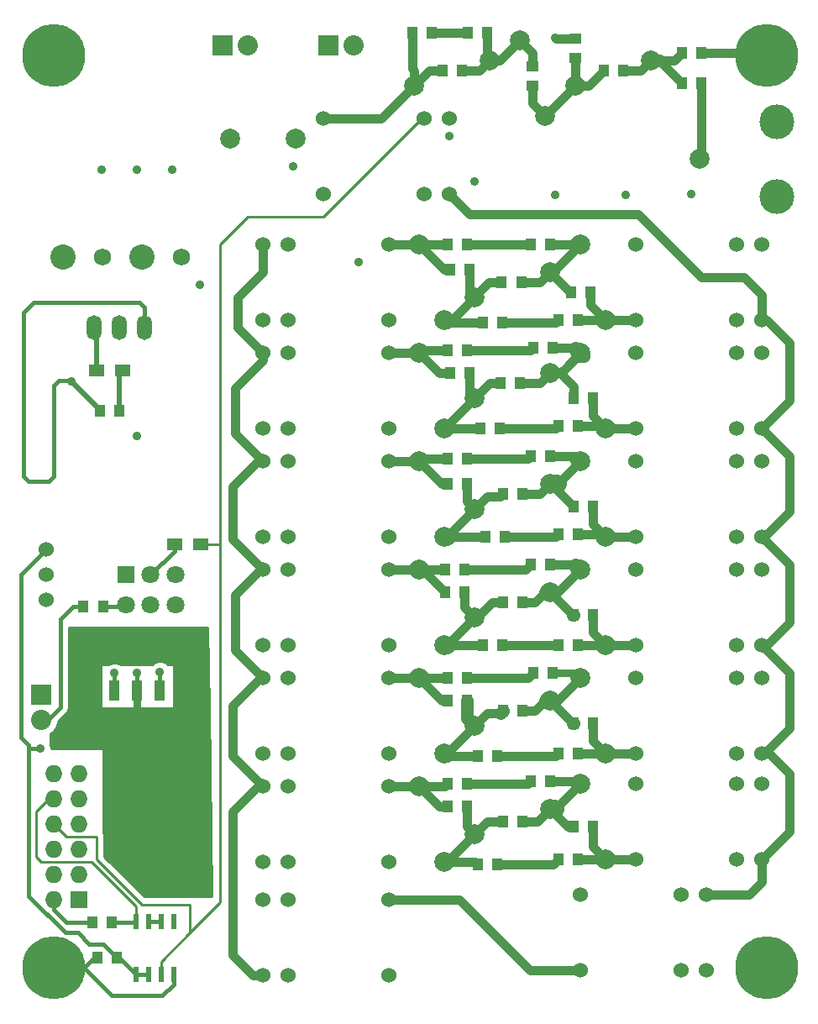
<source format=gtl>
%FSLAX46Y46*%
G04 Gerber Fmt 4.6, Leading zero omitted, Abs format (unit mm)*
G04 Created by KiCad (PCBNEW (2014-10-27 BZR 5228)-product) date 05/09/2015 11:13:03*
%MOMM*%
G01*
G04 APERTURE LIST*
%ADD10C,0.100000*%
%ADD11R,1.000000X1.250000*%
%ADD12R,1.250000X1.000000*%
%ADD13C,3.500000*%
%ADD14C,2.000000*%
%ADD15C,1.524000*%
%ADD16C,6.350000*%
%ADD17R,2.032000X2.032000*%
%ADD18O,2.032000X2.032000*%
%ADD19O,1.501140X2.499360*%
%ADD20R,1.500000X1.300000*%
%ADD21C,2.540000*%
%ADD22C,1.727200*%
%ADD23C,1.998980*%
%ADD24R,0.600000X1.550000*%
%ADD25R,1.727200X1.727200*%
%ADD26O,1.727200X1.727200*%
%ADD27R,3.657600X2.032000*%
%ADD28R,1.016000X2.032000*%
%ADD29R,1.800000X1.800000*%
%ADD30C,1.800000*%
%ADD31C,0.889000*%
%ADD32C,0.254000*%
%ADD33C,0.381000*%
%ADD34C,0.910000*%
%ADD35C,1.270000*%
%ADD36C,0.780000*%
%ADD37C,0.508000*%
%ADD38C,1.850000*%
G04 APERTURE END LIST*
D10*
D11*
X182388000Y-38862000D03*
X184388000Y-38862000D03*
X174514000Y-40640000D03*
X176514000Y-40640000D03*
D12*
X167386000Y-40148000D03*
X167386000Y-42148000D03*
D11*
X162798000Y-36830000D03*
X160798000Y-36830000D03*
X123460000Y-130048000D03*
X125460000Y-130048000D03*
X125714000Y-74930000D03*
X123714000Y-74930000D03*
X158766000Y-58166000D03*
X160766000Y-58166000D03*
D13*
X192024000Y-53330000D03*
X192024000Y-45730000D03*
D14*
X184224000Y-49530000D03*
D15*
X118364000Y-91440000D03*
X118364000Y-93980000D03*
X118364000Y-88900000D03*
D11*
X158766000Y-112522000D03*
X160766000Y-112522000D03*
X161020000Y-71120000D03*
X159020000Y-71120000D03*
X160766000Y-82296000D03*
X158766000Y-82296000D03*
X160512000Y-93218000D03*
X158512000Y-93218000D03*
X160766000Y-104140000D03*
X158766000Y-104140000D03*
D16*
X191008000Y-39116000D03*
X119126000Y-39116000D03*
X191008000Y-131064000D03*
X119126000Y-131064000D03*
D11*
X184388000Y-41910000D03*
X182388000Y-41910000D03*
D17*
X117856000Y-103505000D03*
D18*
X117856000Y-106045000D03*
D11*
X158766000Y-79756000D03*
X160766000Y-79756000D03*
X158512000Y-90932000D03*
X160512000Y-90932000D03*
X158766000Y-101854000D03*
X160766000Y-101854000D03*
X161020000Y-60706000D03*
X159020000Y-60706000D03*
X160766000Y-114808000D03*
X158766000Y-114808000D03*
X162322000Y-66040000D03*
X164322000Y-66040000D03*
D12*
X171704000Y-39354000D03*
X171704000Y-37354000D03*
D11*
X158766000Y-68834000D03*
X160766000Y-68834000D03*
X162068000Y-76708000D03*
X164068000Y-76708000D03*
X162576000Y-87630000D03*
X164576000Y-87630000D03*
X162322000Y-98552000D03*
X164322000Y-98552000D03*
X161814000Y-109728000D03*
X163814000Y-109728000D03*
X161814000Y-120650000D03*
X163814000Y-120650000D03*
X166227000Y-61976000D03*
X164227000Y-61976000D03*
X166100000Y-72136000D03*
X164100000Y-72136000D03*
X166354000Y-83312000D03*
X164354000Y-83312000D03*
X166354000Y-94234000D03*
X164354000Y-94234000D03*
X166354000Y-105156000D03*
X164354000Y-105156000D03*
X166354000Y-116332000D03*
X164354000Y-116332000D03*
X169148000Y-58166000D03*
X167148000Y-58166000D03*
X169402000Y-68580000D03*
X167402000Y-68580000D03*
X169148000Y-79502000D03*
X167148000Y-79502000D03*
X169148000Y-90424000D03*
X167148000Y-90424000D03*
X169402000Y-101346000D03*
X167402000Y-101346000D03*
X169148000Y-112268000D03*
X167148000Y-112268000D03*
X173212000Y-62992000D03*
X171212000Y-62992000D03*
X173466000Y-73660000D03*
X171466000Y-73660000D03*
X173466000Y-84582000D03*
X171466000Y-84582000D03*
X173466000Y-95504000D03*
X171466000Y-95504000D03*
X173466000Y-106426000D03*
X171466000Y-106426000D03*
X173466000Y-116840000D03*
X171466000Y-116840000D03*
X171942000Y-65786000D03*
X169942000Y-65786000D03*
X171942000Y-76454000D03*
X169942000Y-76454000D03*
X171942000Y-87376000D03*
X169942000Y-87376000D03*
X171942000Y-98552000D03*
X169942000Y-98552000D03*
X171942000Y-109474000D03*
X169942000Y-109474000D03*
X171942000Y-120142000D03*
X169942000Y-120142000D03*
D15*
X159004000Y-45466000D03*
X156464000Y-45466000D03*
X146304000Y-45466000D03*
X146304000Y-53086000D03*
X159004000Y-53086000D03*
X156464000Y-53086000D03*
X140208000Y-65786000D03*
X142748000Y-65786000D03*
X152908000Y-65786000D03*
X152908000Y-58166000D03*
X140208000Y-58166000D03*
X142748000Y-58166000D03*
X140208000Y-76708000D03*
X142748000Y-76708000D03*
X152908000Y-76708000D03*
X152908000Y-69088000D03*
X140208000Y-69088000D03*
X142748000Y-69088000D03*
X140208000Y-87630000D03*
X142748000Y-87630000D03*
X152908000Y-87630000D03*
X152908000Y-80010000D03*
X140208000Y-80010000D03*
X142748000Y-80010000D03*
X140208000Y-98552000D03*
X142748000Y-98552000D03*
X152908000Y-98552000D03*
X152908000Y-90932000D03*
X140208000Y-90932000D03*
X142748000Y-90932000D03*
X140208000Y-109474000D03*
X142748000Y-109474000D03*
X152908000Y-109474000D03*
X152908000Y-101854000D03*
X140208000Y-101854000D03*
X142748000Y-101854000D03*
X140208000Y-120396000D03*
X142748000Y-120396000D03*
X152908000Y-120396000D03*
X152908000Y-112776000D03*
X140208000Y-112776000D03*
X142748000Y-112776000D03*
X140208000Y-131826000D03*
X142748000Y-131826000D03*
X152908000Y-131826000D03*
X152908000Y-124206000D03*
X140208000Y-124206000D03*
X142748000Y-124206000D03*
X190500000Y-58166000D03*
X187960000Y-58166000D03*
X177800000Y-58166000D03*
X177800000Y-65786000D03*
X190500000Y-65786000D03*
X187960000Y-65786000D03*
X190500000Y-69088000D03*
X187960000Y-69088000D03*
X177800000Y-69088000D03*
X177800000Y-76708000D03*
X190500000Y-76708000D03*
X187960000Y-76708000D03*
X190500000Y-80010000D03*
X187960000Y-80010000D03*
X177800000Y-80010000D03*
X177800000Y-87630000D03*
X190500000Y-87630000D03*
X187960000Y-87630000D03*
X190500000Y-90932000D03*
X187960000Y-90932000D03*
X177800000Y-90932000D03*
X177800000Y-98552000D03*
X190500000Y-98552000D03*
X187960000Y-98552000D03*
X190500000Y-101854000D03*
X187960000Y-101854000D03*
X177800000Y-101854000D03*
X177800000Y-109474000D03*
X190500000Y-109474000D03*
X187960000Y-109474000D03*
X190500000Y-112522000D03*
X187960000Y-112522000D03*
X177800000Y-112522000D03*
X177800000Y-120142000D03*
X190500000Y-120142000D03*
X187960000Y-120142000D03*
D17*
X146812000Y-38100000D03*
D18*
X149352000Y-38100000D03*
D17*
X136144000Y-38100000D03*
D18*
X138684000Y-38100000D03*
D19*
X125730000Y-66548000D03*
X128270000Y-66548000D03*
X123190000Y-66548000D03*
D20*
X123364000Y-70866000D03*
X126064000Y-70866000D03*
D21*
X119984000Y-59436000D03*
D22*
X123984000Y-59436000D03*
D21*
X127984000Y-59436000D03*
D22*
X131984000Y-59436000D03*
D23*
X179324000Y-39624000D03*
X171704000Y-42164000D03*
X168656000Y-45212000D03*
X166116000Y-37592000D03*
X155956000Y-58166000D03*
X158496000Y-65786000D03*
X155956000Y-69088000D03*
X158496000Y-76708000D03*
X155956000Y-80010000D03*
X158496000Y-87630000D03*
X155956000Y-90932000D03*
X158496000Y-98552000D03*
X155956000Y-101854000D03*
X158496000Y-109474000D03*
X155956000Y-112776000D03*
X158496000Y-120396000D03*
X161544000Y-63500000D03*
X169164000Y-60960000D03*
X161544000Y-73660000D03*
X169164000Y-71120000D03*
X161544000Y-84836000D03*
X169164000Y-82296000D03*
X161544000Y-95758000D03*
X169164000Y-93218000D03*
X161544000Y-106680000D03*
X169164000Y-104140000D03*
X161544000Y-117602000D03*
X169164000Y-115062000D03*
X172212000Y-58166000D03*
X174752000Y-65786000D03*
X172212000Y-69088000D03*
X174752000Y-76708000D03*
X172212000Y-80010000D03*
X174752000Y-87630000D03*
X172212000Y-90932000D03*
X174752000Y-98552000D03*
X172212000Y-101854000D03*
X174752000Y-109474000D03*
X172212000Y-112522000D03*
X174752000Y-120142000D03*
D11*
X158258000Y-40640000D03*
X160258000Y-40640000D03*
X155210000Y-36830000D03*
X157210000Y-36830000D03*
D23*
X143507460Y-47498000D03*
X136908540Y-47498000D03*
X163068000Y-39624000D03*
X155448000Y-42164000D03*
D20*
X133938000Y-88392000D03*
X131238000Y-88392000D03*
D11*
X122952000Y-126492000D03*
X124952000Y-126492000D03*
D15*
X184912000Y-123698000D03*
X182372000Y-123698000D03*
X172212000Y-123698000D03*
X172212000Y-131318000D03*
X184912000Y-131318000D03*
X182372000Y-131318000D03*
D24*
X127381000Y-131732000D03*
X128651000Y-131732000D03*
X129921000Y-131732000D03*
X131191000Y-131732000D03*
X131191000Y-126332000D03*
X129921000Y-126332000D03*
X128651000Y-126332000D03*
X127381000Y-126332000D03*
D11*
X122063000Y-94615000D03*
X124063000Y-94615000D03*
D25*
X121666000Y-124206000D03*
D26*
X119126000Y-124206000D03*
X121666000Y-121666000D03*
X119126000Y-121666000D03*
X121666000Y-119126000D03*
X119126000Y-119126000D03*
X121666000Y-116586000D03*
X119126000Y-116586000D03*
X121666000Y-114046000D03*
X119126000Y-114046000D03*
X121666000Y-111506000D03*
X119126000Y-111506000D03*
D27*
X127508000Y-109728000D03*
D28*
X127508000Y-103124000D03*
X125222000Y-103124000D03*
X129794000Y-103124000D03*
D29*
X126365000Y-91440000D03*
D30*
X128865000Y-91440000D03*
X126365000Y-94440000D03*
X131365000Y-91440000D03*
X131365000Y-94440000D03*
X128865000Y-94440000D03*
D31*
X127508000Y-77470000D03*
X133858000Y-62230000D03*
X169672000Y-37338000D03*
X131064000Y-50562000D03*
X127508000Y-50562000D03*
X123952000Y-50562000D03*
X164084000Y-58166000D03*
X167386000Y-66040000D03*
X167132000Y-76708000D03*
X163830000Y-79756000D03*
X164084000Y-68834000D03*
X167386000Y-87630000D03*
X163830000Y-90932000D03*
X167132000Y-98552000D03*
X164338000Y-101854000D03*
X166878000Y-109728000D03*
X163830000Y-112522000D03*
X166878000Y-120650000D03*
X143256000Y-50292000D03*
X159004000Y-36830000D03*
X183388000Y-53086000D03*
X159004000Y-47244000D03*
X169672000Y-53166000D03*
X176784000Y-53166000D03*
X161544000Y-51816000D03*
X149860000Y-59944000D03*
X117729000Y-108966000D03*
X120904000Y-71962000D03*
X125222000Y-101346000D03*
X127508000Y-101346000D03*
X129794000Y-101219000D03*
D32*
X123460000Y-130048000D02*
X123190000Y-130048000D01*
D33*
X123190000Y-130048000D02*
X122174000Y-131064000D01*
D32*
X122174000Y-131064000D02*
X119126000Y-131064000D01*
X119126000Y-131064000D02*
X122174000Y-131064000D01*
D33*
X122174000Y-131064000D02*
X124968000Y-133858000D01*
X131191000Y-132715000D02*
X131191000Y-131732000D01*
X130048000Y-133858000D02*
X131191000Y-132715000D01*
X124968000Y-133858000D02*
X130048000Y-133858000D01*
X119126000Y-124206000D02*
X119126000Y-125222000D01*
X119126000Y-125222000D02*
X120396000Y-126492000D01*
X120396000Y-126492000D02*
X122952000Y-126492000D01*
D34*
X171704000Y-37354000D02*
X169688000Y-37354000D01*
X169688000Y-37354000D02*
X169672000Y-37338000D01*
X184388000Y-38862000D02*
X190754000Y-38862000D01*
D35*
X190754000Y-38862000D02*
X191008000Y-39116000D01*
D36*
X131064000Y-50562000D02*
X131064000Y-50546000D01*
X127508000Y-50562000D02*
X127508000Y-50546000D01*
X123952000Y-50562000D02*
X123952000Y-50546000D01*
D34*
X164084000Y-58166000D02*
X167148000Y-58166000D01*
X160766000Y-58166000D02*
X164084000Y-58166000D01*
D36*
X169688000Y-66040000D02*
X169942000Y-65786000D01*
D34*
X167386000Y-66040000D02*
X169688000Y-66040000D01*
X164322000Y-66040000D02*
X167386000Y-66040000D01*
D36*
X169688000Y-76708000D02*
X169942000Y-76454000D01*
D34*
X167132000Y-76708000D02*
X169688000Y-76708000D01*
X164068000Y-76708000D02*
X167132000Y-76708000D01*
D36*
X166894000Y-79756000D02*
X167148000Y-79502000D01*
D34*
X163830000Y-79756000D02*
X166894000Y-79756000D01*
X160766000Y-79756000D02*
X163830000Y-79756000D01*
D36*
X167148000Y-68834000D02*
X167402000Y-68580000D01*
D34*
X164084000Y-68834000D02*
X167148000Y-68834000D01*
X160766000Y-68834000D02*
X164084000Y-68834000D01*
D36*
X169688000Y-87630000D02*
X169942000Y-87376000D01*
D34*
X167386000Y-87630000D02*
X169688000Y-87630000D01*
X164576000Y-87630000D02*
X167386000Y-87630000D01*
X166640000Y-90932000D02*
X167148000Y-90424000D01*
X160512000Y-90932000D02*
X163830000Y-90932000D01*
X163830000Y-90932000D02*
X166640000Y-90932000D01*
X167132000Y-98552000D02*
X169942000Y-98552000D01*
X164322000Y-98552000D02*
X167132000Y-98552000D01*
X166894000Y-101854000D02*
X167402000Y-101346000D01*
X160766000Y-101854000D02*
X164338000Y-101854000D01*
X164338000Y-101854000D02*
X166894000Y-101854000D01*
D36*
X169688000Y-109728000D02*
X169942000Y-109474000D01*
D34*
X166878000Y-109728000D02*
X169688000Y-109728000D01*
X163814000Y-109728000D02*
X166878000Y-109728000D01*
D36*
X166894000Y-112522000D02*
X167148000Y-112268000D01*
D34*
X163830000Y-112522000D02*
X166894000Y-112522000D01*
X160766000Y-112522000D02*
X163830000Y-112522000D01*
X169434000Y-120650000D02*
X169942000Y-120142000D01*
X163814000Y-120650000D02*
X166878000Y-120650000D01*
X166878000Y-120650000D02*
X169434000Y-120650000D01*
X159004000Y-36830000D02*
X157210000Y-36830000D01*
X160798000Y-36830000D02*
X159004000Y-36830000D01*
D36*
X169672000Y-53166000D02*
X169672000Y-53086000D01*
X176784000Y-53166000D02*
X176784000Y-53086000D01*
D34*
X171704000Y-42164000D02*
X172990000Y-42164000D01*
X172990000Y-42164000D02*
X174514000Y-40640000D01*
X171704000Y-42164000D02*
X171704000Y-39354000D01*
X167386000Y-42148000D02*
X167386000Y-43942000D01*
X167386000Y-43942000D02*
X168656000Y-45212000D01*
X168656000Y-45212000D02*
X171704000Y-42164000D01*
D33*
X120523000Y-127508000D02*
X120269000Y-127508000D01*
X125460000Y-130048000D02*
X124063000Y-128651000D01*
X122682000Y-128651000D02*
X124063000Y-128651000D01*
X121539000Y-127508000D02*
X122682000Y-128651000D01*
X120523000Y-127508000D02*
X121539000Y-127508000D01*
X116586000Y-109601000D02*
X116586000Y-123571000D01*
X116586000Y-109601000D02*
X116586000Y-108966000D01*
X116586000Y-123825000D02*
X116586000Y-123571000D01*
X120269000Y-127508000D02*
X116586000Y-123825000D01*
X117729000Y-108966000D02*
X116586000Y-108966000D01*
X116586000Y-108966000D02*
X116586000Y-108585000D01*
X115824000Y-107823000D02*
X115824000Y-98425000D01*
X116586000Y-108585000D02*
X115824000Y-107823000D01*
X118364000Y-88900000D02*
X115824000Y-91440000D01*
X115824000Y-91440000D02*
X115824000Y-98425000D01*
D32*
X125460000Y-130048000D02*
X125697000Y-130048000D01*
D33*
X125697000Y-130048000D02*
X127381000Y-131732000D01*
X127381000Y-131732000D02*
X128651000Y-131732000D01*
D37*
X125714000Y-74930000D02*
X125714000Y-71216000D01*
X125714000Y-71216000D02*
X126064000Y-70866000D01*
D34*
X160782000Y-84074000D02*
X161544000Y-84836000D01*
D38*
X158496000Y-87630000D02*
X158750000Y-87630000D01*
D34*
X158750000Y-87630000D02*
X161544000Y-84836000D01*
X160766000Y-84058000D02*
X160782000Y-84074000D01*
X160766000Y-82296000D02*
X160766000Y-84058000D01*
X164100000Y-83566000D02*
X164354000Y-83312000D01*
X162814000Y-83566000D02*
X164100000Y-83566000D01*
X161544000Y-84836000D02*
X162814000Y-83566000D01*
X162576000Y-87630000D02*
X158496000Y-87630000D01*
X162798000Y-36830000D02*
X162798000Y-39354000D01*
D35*
X162798000Y-39354000D02*
X163068000Y-39624000D01*
D34*
X167386000Y-40148000D02*
X167386000Y-38862000D01*
X167386000Y-38862000D02*
X166116000Y-37592000D01*
X160258000Y-40640000D02*
X162052000Y-40640000D01*
X162052000Y-40640000D02*
X163068000Y-39624000D01*
X163068000Y-39624000D02*
X164084000Y-39624000D01*
X164084000Y-39624000D02*
X166116000Y-37592000D01*
D32*
X132842000Y-127508000D02*
X132842000Y-124714000D01*
X129921000Y-131732000D02*
X129921000Y-130429000D01*
X129921000Y-130429000D02*
X132842000Y-127508000D01*
X135890000Y-88392000D02*
X133938000Y-88392000D01*
X135890000Y-58166000D02*
X135890000Y-88392000D01*
X135890000Y-88392000D02*
X135890000Y-115062000D01*
X146304000Y-55372000D02*
X156210000Y-45466000D01*
X135890000Y-58166000D02*
X138684000Y-55372000D01*
X138684000Y-55372000D02*
X146304000Y-55372000D01*
D33*
X156464000Y-45466000D02*
X156210000Y-45466000D01*
D32*
X130302000Y-124714000D02*
X132842000Y-124714000D01*
X120396000Y-117856000D02*
X123190000Y-117856000D01*
X119126000Y-116586000D02*
X120396000Y-117856000D01*
X123190000Y-117856000D02*
X123444000Y-117856000D01*
X135890000Y-124460000D02*
X132842000Y-127508000D01*
X135890000Y-115062000D02*
X135890000Y-124460000D01*
X128016000Y-124714000D02*
X123444000Y-120142000D01*
X123444000Y-120142000D02*
X123444000Y-117856000D01*
X130302000Y-124714000D02*
X128016000Y-124714000D01*
D34*
X176514000Y-40640000D02*
X178308000Y-40640000D01*
X178308000Y-40640000D02*
X179324000Y-39624000D01*
X179324000Y-39624000D02*
X181626000Y-39624000D01*
X181626000Y-39624000D02*
X182388000Y-38862000D01*
D35*
X179324000Y-39624000D02*
X180102000Y-39624000D01*
D34*
X180102000Y-39624000D02*
X182388000Y-41910000D01*
X158496000Y-120396000D02*
X158750000Y-120396000D01*
X158750000Y-120396000D02*
X161544000Y-117602000D01*
X161560000Y-120396000D02*
X161814000Y-120650000D01*
X158496000Y-120396000D02*
X161560000Y-120396000D01*
X160766000Y-116824000D02*
X161544000Y-117602000D01*
X160766000Y-114808000D02*
X160766000Y-116824000D01*
X162814000Y-116332000D02*
X161544000Y-117602000D01*
X164354000Y-116332000D02*
X162814000Y-116332000D01*
X152908000Y-80010000D02*
X155956000Y-80010000D01*
D35*
X156210000Y-79756000D02*
X155956000Y-80010000D01*
D34*
X158766000Y-79756000D02*
X156210000Y-79756000D01*
X158242000Y-82296000D02*
X155956000Y-80010000D01*
X158766000Y-82296000D02*
X158242000Y-82296000D01*
X152908000Y-90932000D02*
X155956000Y-90932000D01*
X155956000Y-90932000D02*
X158512000Y-90932000D01*
X156226000Y-90932000D02*
X158512000Y-93218000D01*
D35*
X155956000Y-90932000D02*
X156226000Y-90932000D01*
D34*
X152908000Y-101854000D02*
X155956000Y-101854000D01*
X158766000Y-101854000D02*
X155956000Y-101854000D01*
X158242000Y-104140000D02*
X155956000Y-101854000D01*
X158766000Y-104140000D02*
X158242000Y-104140000D01*
X161020000Y-60706000D02*
X161020000Y-62976000D01*
X162322000Y-66040000D02*
X158750000Y-66040000D01*
D35*
X158750000Y-66040000D02*
X158496000Y-65786000D01*
D34*
X159258000Y-65786000D02*
X161544000Y-63500000D01*
X158496000Y-65786000D02*
X159258000Y-65786000D01*
X162941000Y-61976000D02*
X164227000Y-61976000D01*
X161544000Y-63373000D02*
X162941000Y-61976000D01*
X161544000Y-63500000D02*
X161544000Y-63373000D01*
X184388000Y-41910000D02*
X184388000Y-49366000D01*
D35*
X184388000Y-49366000D02*
X184224000Y-49530000D01*
D37*
X123714000Y-74930000D02*
X123714000Y-74772000D01*
X123714000Y-74772000D02*
X120904000Y-71962000D01*
D33*
X128270000Y-64516000D02*
X127762000Y-64008000D01*
X127762000Y-64008000D02*
X117094000Y-64008000D01*
X117094000Y-64008000D02*
X116078000Y-65024000D01*
X116078000Y-65024000D02*
X116078000Y-76708000D01*
X128270000Y-66548000D02*
X128270000Y-64516000D01*
X119126000Y-76708000D02*
X119126000Y-72390000D01*
X119126000Y-78994000D02*
X119126000Y-76708000D01*
X116078000Y-76708000D02*
X116078000Y-79248000D01*
X119634000Y-71882000D02*
X120824000Y-71882000D01*
X120824000Y-71882000D02*
X120904000Y-71962000D01*
X119126000Y-72390000D02*
X119634000Y-71882000D01*
X119126000Y-81534000D02*
X119126000Y-78994000D01*
X116078000Y-79248000D02*
X116078000Y-81534000D01*
X116586000Y-82042000D02*
X118618000Y-82042000D01*
X118618000Y-82042000D02*
X119126000Y-81534000D01*
X116078000Y-81534000D02*
X116586000Y-82042000D01*
D34*
X159020000Y-60706000D02*
X158496000Y-60706000D01*
X158496000Y-60706000D02*
X155956000Y-58166000D01*
X158766000Y-58166000D02*
X155956000Y-58166000D01*
X152908000Y-58166000D02*
X155956000Y-58166000D01*
X152908000Y-69088000D02*
X155956000Y-69088000D01*
D35*
X156210000Y-68834000D02*
X155956000Y-69088000D01*
D34*
X158766000Y-68834000D02*
X156210000Y-68834000D01*
X157988000Y-71120000D02*
X155956000Y-69088000D01*
X159020000Y-71120000D02*
X157988000Y-71120000D01*
X152908000Y-112776000D02*
X155956000Y-112776000D01*
X158512000Y-112776000D02*
X158766000Y-112522000D01*
X155956000Y-112776000D02*
X158512000Y-112776000D01*
X157988000Y-114808000D02*
X155956000Y-112776000D01*
X158766000Y-114808000D02*
X157988000Y-114808000D01*
X158496000Y-76708000D02*
X161544000Y-73660000D01*
X162068000Y-76708000D02*
X158496000Y-76708000D01*
X163068000Y-72136000D02*
X161544000Y-73660000D01*
X164100000Y-72136000D02*
X163068000Y-72136000D01*
X161020000Y-73136000D02*
X161544000Y-73660000D01*
X161020000Y-71120000D02*
X161020000Y-73136000D01*
D38*
X158496000Y-98552000D02*
X158750000Y-98552000D01*
D34*
X158750000Y-98552000D02*
X161544000Y-95758000D01*
X160512000Y-94726000D02*
X161544000Y-95758000D01*
X160512000Y-93218000D02*
X160512000Y-94726000D01*
X158496000Y-98552000D02*
X162322000Y-98552000D01*
X163322000Y-94234000D02*
X164354000Y-94234000D01*
X161798000Y-95758000D02*
X163322000Y-94234000D01*
D35*
X161544000Y-95758000D02*
X161798000Y-95758000D01*
D38*
X158496000Y-109474000D02*
X158750000Y-109474000D01*
D34*
X158750000Y-109474000D02*
X161544000Y-106680000D01*
D35*
X160766000Y-105902000D02*
X161544000Y-106680000D01*
X160766000Y-104140000D02*
X160766000Y-105902000D01*
X158750000Y-109728000D02*
X158496000Y-109474000D01*
D34*
X161814000Y-109728000D02*
X158750000Y-109728000D01*
D35*
X164100000Y-105410000D02*
X164354000Y-105156000D01*
D34*
X162814000Y-105410000D02*
X164100000Y-105410000D01*
X161544000Y-106680000D02*
X162814000Y-105410000D01*
X171212000Y-62992000D02*
X171196000Y-62992000D01*
X171196000Y-62992000D02*
X169164000Y-60960000D01*
X169148000Y-58166000D02*
X172212000Y-58166000D01*
X169418000Y-60960000D02*
X172212000Y-58166000D01*
X169164000Y-60960000D02*
X169418000Y-60960000D01*
X168148000Y-61976000D02*
X169164000Y-60960000D01*
X166227000Y-61976000D02*
X168148000Y-61976000D01*
X169164000Y-71120000D02*
X170180000Y-71120000D01*
X170561000Y-70739000D02*
X172212000Y-69088000D01*
X170180000Y-71120000D02*
X170561000Y-70739000D01*
D35*
X171704000Y-68580000D02*
X172212000Y-69088000D01*
D34*
X169402000Y-68580000D02*
X171704000Y-68580000D01*
D35*
X172482000Y-69358000D02*
X172212000Y-69088000D01*
D34*
X171466000Y-72406000D02*
X170180000Y-71120000D01*
X171466000Y-73660000D02*
X171466000Y-72406000D01*
X168148000Y-72136000D02*
X169164000Y-71120000D01*
X166100000Y-72136000D02*
X168148000Y-72136000D01*
D38*
X169164000Y-82296000D02*
X169926000Y-82296000D01*
D34*
X169926000Y-82296000D02*
X172212000Y-80010000D01*
X168148000Y-83312000D02*
X169164000Y-82296000D01*
X166354000Y-83312000D02*
X168148000Y-83312000D01*
X171704000Y-79502000D02*
X172212000Y-80010000D01*
X169148000Y-79502000D02*
X171704000Y-79502000D01*
X169180000Y-82296000D02*
X171466000Y-84582000D01*
D35*
X169164000Y-82296000D02*
X169180000Y-82296000D01*
D34*
X169164000Y-93218000D02*
X169926000Y-93218000D01*
X169926000Y-93218000D02*
X172212000Y-90932000D01*
D35*
X168656000Y-93218000D02*
X169164000Y-93218000D01*
D34*
X167640000Y-94234000D02*
X168656000Y-93218000D01*
X166354000Y-94234000D02*
X167640000Y-94234000D01*
D35*
X171704000Y-90424000D02*
X172212000Y-90932000D01*
D34*
X169148000Y-90424000D02*
X171704000Y-90424000D01*
X171450000Y-95504000D02*
X169164000Y-93218000D01*
D35*
X171466000Y-95504000D02*
X171450000Y-95504000D01*
D34*
X169164000Y-104140000D02*
X169926000Y-104140000D01*
X169926000Y-104140000D02*
X172212000Y-101854000D01*
D35*
X168656000Y-104140000D02*
X169164000Y-104140000D01*
D34*
X167640000Y-105156000D02*
X168656000Y-104140000D01*
X166354000Y-105156000D02*
X167640000Y-105156000D01*
X171450000Y-106426000D02*
X169164000Y-104140000D01*
D35*
X171466000Y-106426000D02*
X171450000Y-106426000D01*
D36*
X171704000Y-101346000D02*
X172212000Y-101854000D01*
X169402000Y-101346000D02*
X171704000Y-101346000D01*
D38*
X169164000Y-115062000D02*
X169672000Y-115062000D01*
D34*
X169672000Y-115062000D02*
X172212000Y-112522000D01*
X167894000Y-116332000D02*
X169164000Y-115062000D01*
X166354000Y-116332000D02*
X167894000Y-116332000D01*
D35*
X171958000Y-112268000D02*
X172212000Y-112522000D01*
D34*
X169148000Y-112268000D02*
X171958000Y-112268000D01*
X170942000Y-116840000D02*
X169164000Y-115062000D01*
X171466000Y-116840000D02*
X170942000Y-116840000D01*
X173212000Y-62992000D02*
X173212000Y-64246000D01*
X173212000Y-64246000D02*
X174752000Y-65786000D01*
X171942000Y-65786000D02*
X174752000Y-65786000D01*
X174752000Y-65786000D02*
X177800000Y-65786000D01*
X174752000Y-76708000D02*
X177800000Y-76708000D01*
D35*
X174498000Y-76454000D02*
X174752000Y-76708000D01*
D34*
X171942000Y-76454000D02*
X174498000Y-76454000D01*
D35*
X174482000Y-76438000D02*
X174752000Y-76708000D01*
D34*
X173466000Y-75422000D02*
X174752000Y-76708000D01*
X173466000Y-73660000D02*
X173466000Y-75422000D01*
X174752000Y-87630000D02*
X177800000Y-87630000D01*
X173466000Y-86344000D02*
X174752000Y-87630000D01*
X173466000Y-84582000D02*
X173466000Y-86344000D01*
D35*
X174498000Y-87376000D02*
X174752000Y-87630000D01*
D34*
X171942000Y-87376000D02*
X174498000Y-87376000D01*
X174752000Y-98552000D02*
X177800000Y-98552000D01*
X173466000Y-97266000D02*
X174752000Y-98552000D01*
X173466000Y-95504000D02*
X173466000Y-97266000D01*
X171942000Y-98552000D02*
X174752000Y-98552000D01*
X174752000Y-109474000D02*
X177800000Y-109474000D01*
X173466000Y-108188000D02*
X174752000Y-109474000D01*
X173466000Y-106426000D02*
X173466000Y-108188000D01*
X171942000Y-109474000D02*
X174752000Y-109474000D01*
X174752000Y-120142000D02*
X177800000Y-120142000D01*
X173466000Y-118856000D02*
X174752000Y-120142000D01*
X173466000Y-116840000D02*
X173466000Y-118856000D01*
X171942000Y-120142000D02*
X174752000Y-120142000D01*
D37*
X123364000Y-70866000D02*
X123364000Y-66722000D01*
X123364000Y-66722000D02*
X123190000Y-66548000D01*
D34*
X158258000Y-40640000D02*
X156972000Y-40640000D01*
X156972000Y-40640000D02*
X155448000Y-42164000D01*
X155448000Y-40640000D02*
X155210000Y-40402000D01*
X155448000Y-42164000D02*
X155448000Y-40640000D01*
X155210000Y-40402000D02*
X155210000Y-36830000D01*
X152146000Y-45466000D02*
X155448000Y-42164000D01*
X146304000Y-45466000D02*
X152146000Y-45466000D01*
X191262000Y-109474000D02*
X193294000Y-111506000D01*
X193294000Y-111506000D02*
X193294000Y-117348000D01*
X193294000Y-117348000D02*
X190500000Y-120142000D01*
X190500000Y-109474000D02*
X191262000Y-109474000D01*
X190754000Y-109474000D02*
X193294000Y-106934000D01*
X193294000Y-101346000D02*
X190500000Y-98552000D01*
X193294000Y-106934000D02*
X193294000Y-101346000D01*
X190500000Y-109474000D02*
X190754000Y-109474000D01*
X191008000Y-98552000D02*
X193294000Y-96266000D01*
X193294000Y-90424000D02*
X190500000Y-87630000D01*
X193294000Y-96266000D02*
X193294000Y-90424000D01*
X190500000Y-98552000D02*
X191008000Y-98552000D01*
X190754000Y-87630000D02*
X193294000Y-85090000D01*
X193294000Y-85090000D02*
X193294000Y-79502000D01*
X193294000Y-79502000D02*
X190500000Y-76708000D01*
X190500000Y-87630000D02*
X190754000Y-87630000D01*
X191008000Y-65786000D02*
X190500000Y-65786000D01*
X193294000Y-68072000D02*
X193294000Y-73914000D01*
X191008000Y-65786000D02*
X193294000Y-68072000D01*
X193294000Y-73914000D02*
X190500000Y-76708000D01*
X161036000Y-55118000D02*
X159004000Y-53086000D01*
X190500000Y-63246000D02*
X188722000Y-61468000D01*
X161798000Y-55118000D02*
X178054000Y-55118000D01*
X190500000Y-65786000D02*
X190500000Y-63246000D01*
X184404000Y-61468000D02*
X178054000Y-55118000D01*
X188722000Y-61468000D02*
X184404000Y-61468000D01*
X161798000Y-55118000D02*
X161036000Y-55118000D01*
X189230000Y-123698000D02*
X184912000Y-123698000D01*
X190500000Y-120142000D02*
X190500000Y-122428000D01*
X190500000Y-122428000D02*
X189230000Y-123698000D01*
X137668000Y-66548000D02*
X140208000Y-69088000D01*
X137668000Y-63500000D02*
X137668000Y-66548000D01*
X140208000Y-60960000D02*
X137668000Y-63500000D01*
X140208000Y-58166000D02*
X140208000Y-60960000D01*
X140208000Y-69850000D02*
X137414000Y-72644000D01*
X137414000Y-77216000D02*
X140208000Y-80010000D01*
X137414000Y-72644000D02*
X137414000Y-77216000D01*
X140208000Y-69088000D02*
X140208000Y-69850000D01*
X139700000Y-80010000D02*
X137160000Y-82550000D01*
X137160000Y-87884000D02*
X140208000Y-90932000D01*
X137160000Y-82550000D02*
X137160000Y-87884000D01*
X140208000Y-80010000D02*
X139700000Y-80010000D01*
X139954000Y-90932000D02*
X137414000Y-93472000D01*
X137414000Y-99060000D02*
X140208000Y-101854000D01*
X137414000Y-93472000D02*
X137414000Y-99060000D01*
X140208000Y-90932000D02*
X139954000Y-90932000D01*
X139954000Y-101854000D02*
X137160000Y-104648000D01*
X137160000Y-109728000D02*
X140208000Y-112776000D01*
X137160000Y-104648000D02*
X137160000Y-109728000D01*
X140208000Y-101854000D02*
X139954000Y-101854000D01*
X140208000Y-112776000D02*
X139700000Y-112776000D01*
X139192000Y-131826000D02*
X137160000Y-129794000D01*
X137160000Y-129794000D02*
X137160000Y-124714000D01*
X137160000Y-115316000D02*
X139700000Y-112776000D01*
X137160000Y-115316000D02*
X137160000Y-124714000D01*
X140208000Y-131826000D02*
X139192000Y-131826000D01*
X160020000Y-124206000D02*
X167132000Y-131318000D01*
X167132000Y-131318000D02*
X172212000Y-131318000D01*
X152908000Y-124206000D02*
X160020000Y-124206000D01*
D33*
X128651000Y-126332000D02*
X129921000Y-126332000D01*
X131238000Y-88392000D02*
X131238000Y-89067000D01*
X131238000Y-89067000D02*
X128865000Y-91440000D01*
X124952000Y-126492000D02*
X127221000Y-126492000D01*
D32*
X127221000Y-126492000D02*
X127381000Y-126332000D01*
X119126000Y-114046000D02*
X118618000Y-114046000D01*
X118618000Y-114046000D02*
X117348000Y-115316000D01*
X117856000Y-120396000D02*
X122936000Y-120396000D01*
X117348000Y-119888000D02*
X117856000Y-120396000D01*
X117348000Y-115316000D02*
X117348000Y-119888000D01*
X126492000Y-123952000D02*
X127381000Y-124841000D01*
X127381000Y-124841000D02*
X127254000Y-124714000D01*
X122936000Y-120396000D02*
X126492000Y-123952000D01*
X127381000Y-124841000D02*
X127381000Y-126332000D01*
D33*
X121039000Y-94623000D02*
X122055000Y-94623000D01*
X122055000Y-94623000D02*
X122063000Y-94615000D01*
X117856000Y-106045000D02*
X118491000Y-106045000D01*
X118491000Y-106045000D02*
X119761000Y-104775000D01*
X119761000Y-104775000D02*
X119761000Y-95901000D01*
X119761000Y-95901000D02*
X121039000Y-94623000D01*
X121039000Y-94623000D02*
X121047000Y-94615000D01*
X124063000Y-94615000D02*
X126190000Y-94615000D01*
X126190000Y-94615000D02*
X126365000Y-94440000D01*
X126190000Y-94615000D02*
X126365000Y-94440000D01*
X125222000Y-103124000D02*
X125222000Y-101346000D01*
X127508000Y-101346000D02*
X127508000Y-103124000D01*
D36*
X127508000Y-103124000D02*
X127508000Y-109728000D01*
D33*
X129794000Y-103124000D02*
X129794000Y-101219000D01*
D32*
G36*
X134999307Y-123825000D02*
X131191000Y-123825000D01*
X131191000Y-104902000D01*
X131191000Y-100457000D01*
X130558641Y-100457000D01*
X130406286Y-100304378D01*
X130009668Y-100139687D01*
X129580216Y-100139313D01*
X129183311Y-100303311D01*
X129029353Y-100457000D01*
X125859863Y-100457000D01*
X125834286Y-100431378D01*
X125437668Y-100266687D01*
X125008216Y-100266313D01*
X124611311Y-100430311D01*
X124584575Y-100457000D01*
X123825000Y-100457000D01*
X123825000Y-104902000D01*
X131191000Y-104902000D01*
X131191000Y-123825000D01*
X131064000Y-123825000D01*
X128204630Y-123825000D01*
X124206000Y-119826369D01*
X124206000Y-117856000D01*
X124147996Y-117564395D01*
X124079000Y-117461135D01*
X124079000Y-108966000D01*
X118808500Y-108966000D01*
X118808687Y-108752216D01*
X118745000Y-108598081D01*
X118745000Y-107420088D01*
X119055778Y-107212433D01*
X119413670Y-106676810D01*
X119509774Y-106193658D01*
X120344713Y-105358719D01*
X120344716Y-105358717D01*
X120344717Y-105358717D01*
X120451986Y-105198175D01*
X120523663Y-105090906D01*
X120523663Y-105090905D01*
X120586500Y-104775000D01*
X120586500Y-96774000D01*
X123952000Y-96774000D01*
X134621969Y-96774000D01*
X134747013Y-104776833D01*
X134999307Y-123825000D01*
X134999307Y-123825000D01*
G37*
X134999307Y-123825000D02*
X131191000Y-123825000D01*
X131191000Y-104902000D01*
X131191000Y-100457000D01*
X130558641Y-100457000D01*
X130406286Y-100304378D01*
X130009668Y-100139687D01*
X129580216Y-100139313D01*
X129183311Y-100303311D01*
X129029353Y-100457000D01*
X125859863Y-100457000D01*
X125834286Y-100431378D01*
X125437668Y-100266687D01*
X125008216Y-100266313D01*
X124611311Y-100430311D01*
X124584575Y-100457000D01*
X123825000Y-100457000D01*
X123825000Y-104902000D01*
X131191000Y-104902000D01*
X131191000Y-123825000D01*
X131064000Y-123825000D01*
X128204630Y-123825000D01*
X124206000Y-119826369D01*
X124206000Y-117856000D01*
X124147996Y-117564395D01*
X124079000Y-117461135D01*
X124079000Y-108966000D01*
X118808500Y-108966000D01*
X118808687Y-108752216D01*
X118745000Y-108598081D01*
X118745000Y-107420088D01*
X119055778Y-107212433D01*
X119413670Y-106676810D01*
X119509774Y-106193658D01*
X120344713Y-105358719D01*
X120344716Y-105358717D01*
X120344717Y-105358717D01*
X120451986Y-105198175D01*
X120523663Y-105090906D01*
X120523663Y-105090905D01*
X120586500Y-104775000D01*
X120586500Y-96774000D01*
X123952000Y-96774000D01*
X134621969Y-96774000D01*
X134747013Y-104776833D01*
X134999307Y-123825000D01*
M02*

</source>
